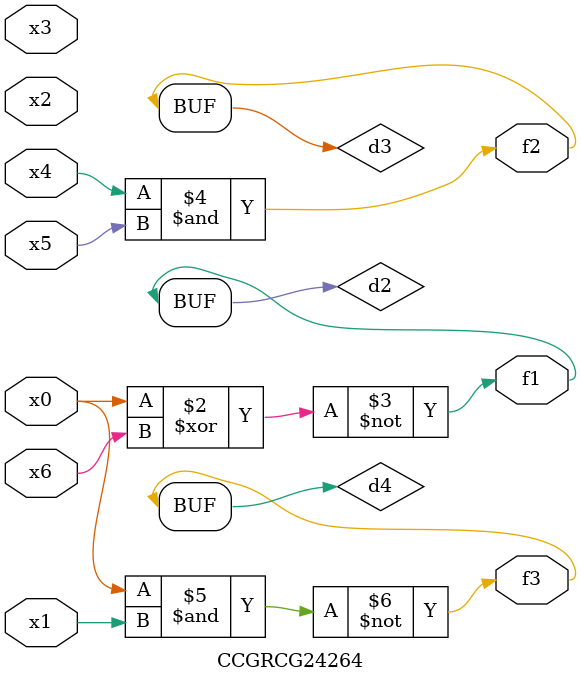
<source format=v>
module CCGRCG24264(
	input x0, x1, x2, x3, x4, x5, x6,
	output f1, f2, f3
);

	wire d1, d2, d3, d4;

	nor (d1, x0);
	xnor (d2, x0, x6);
	and (d3, x4, x5);
	nand (d4, x0, x1);
	assign f1 = d2;
	assign f2 = d3;
	assign f3 = d4;
endmodule

</source>
